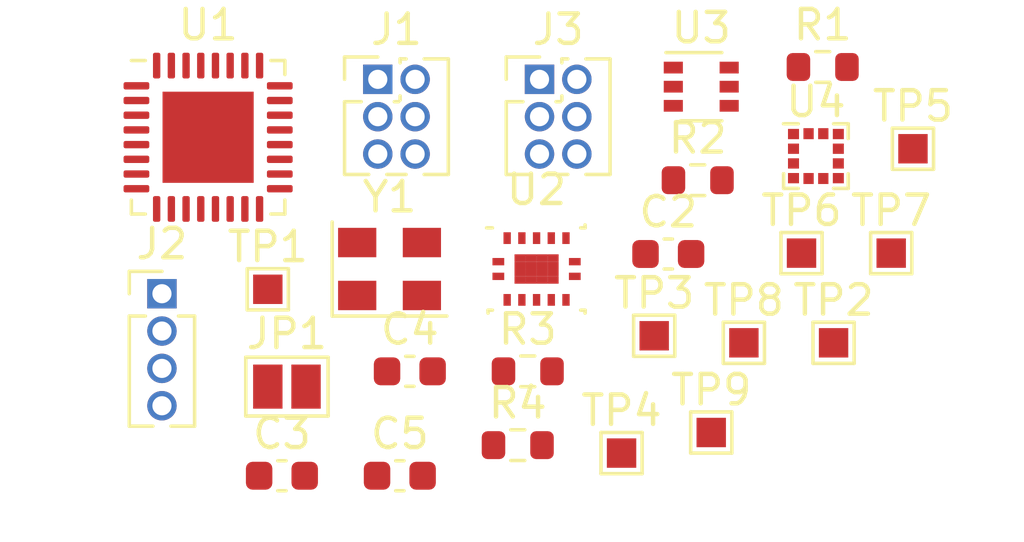
<source format=kicad_pcb>
(kicad_pcb (version 20171130) (host pcbnew "(5.1.9)-1")

  (general
    (thickness 1.6)
    (drawings 0)
    (tracks 0)
    (zones 0)
    (modules 26)
    (nets 56)
  )

  (page A4)
  (layers
    (0 F.Cu signal)
    (31 B.Cu signal)
    (32 B.Adhes user)
    (33 F.Adhes user)
    (34 B.Paste user)
    (35 F.Paste user)
    (36 B.SilkS user)
    (37 F.SilkS user)
    (38 B.Mask user)
    (39 F.Mask user)
    (40 Dwgs.User user)
    (41 Cmts.User user)
    (42 Eco1.User user)
    (43 Eco2.User user)
    (44 Edge.Cuts user)
    (45 Margin user)
    (46 B.CrtYd user)
    (47 F.CrtYd user)
    (48 B.Fab user)
    (49 F.Fab user)
  )

  (setup
    (last_trace_width 0.25)
    (trace_clearance 0.2)
    (zone_clearance 0.508)
    (zone_45_only no)
    (trace_min 0.2)
    (via_size 0.8)
    (via_drill 0.4)
    (via_min_size 0.4)
    (via_min_drill 0.3)
    (uvia_size 0.3)
    (uvia_drill 0.1)
    (uvias_allowed no)
    (uvia_min_size 0.2)
    (uvia_min_drill 0.1)
    (edge_width 0.05)
    (segment_width 0.2)
    (pcb_text_width 0.3)
    (pcb_text_size 1.5 1.5)
    (mod_edge_width 0.12)
    (mod_text_size 1 1)
    (mod_text_width 0.15)
    (pad_size 1.524 1.524)
    (pad_drill 0.762)
    (pad_to_mask_clearance 0)
    (aux_axis_origin 0 0)
    (visible_elements FFFFFF7F)
    (pcbplotparams
      (layerselection 0x010fc_ffffffff)
      (usegerberextensions false)
      (usegerberattributes true)
      (usegerberadvancedattributes true)
      (creategerberjobfile true)
      (excludeedgelayer true)
      (linewidth 0.010000)
      (plotframeref false)
      (viasonmask false)
      (mode 1)
      (useauxorigin false)
      (hpglpennumber 1)
      (hpglpenspeed 20)
      (hpglpendiameter 15.000000)
      (psnegative false)
      (psa4output false)
      (plotreference true)
      (plotvalue true)
      (plotinvisibletext false)
      (padsonsilk false)
      (subtractmaskfromsilk false)
      (outputformat 1)
      (mirror false)
      (drillshape 1)
      (scaleselection 1)
      (outputdirectory ""))
  )

  (net 0 "")
  (net 1 GND)
  (net 2 +3V3)
  (net 3 "Net-(C3-Pad1)")
  (net 4 "Net-(C4-Pad1)")
  (net 5 VACC)
  (net 6 TTL_WKE)
  (net 7 TTL_TX)
  (net 8 TTL_RST)
  (net 9 TTL_RX)
  (net 10 SCLK)
  (net 11 MISO)
  (net 12 MOSI)
  (net 13 SS)
  (net 14 "Net-(J3-Pad6)")
  (net 15 SWD_CLK)
  (net 16 RDR_SWD_RST)
  (net 17 SWD_IO)
  (net 18 VRDR)
  (net 19 "Net-(JP1-Pad1)")
  (net 20 "Net-(JP1-Pad2)")
  (net 21 "Net-(R1-Pad2)")
  (net 22 RDR_RST)
  (net 23 "Net-(TP1-Pad1)")
  (net 24 "Net-(TP2-Pad1)")
  (net 25 "Net-(TP3-Pad1)")
  (net 26 "Net-(TP4-Pad1)")
  (net 27 "Net-(TP5-Pad1)")
  (net 28 "Net-(TP6-Pad1)")
  (net 29 "Net-(TP7-Pad1)")
  (net 30 "Net-(TP8-Pad1)")
  (net 31 "Net-(TP9-Pad1)")
  (net 32 SCL)
  (net 33 SDA)
  (net 34 "Net-(U1-Pad26)")
  (net 35 "Net-(U1-Pad25)")
  (net 36 "Net-(U1-Pad24)")
  (net 37 "Net-(U1-Pad23)")
  (net 38 "Net-(U1-Pad22)")
  (net 39 "Net-(U1-Pad20)")
  (net 40 "Net-(U1-Pad19)")
  (net 41 "Net-(U1-Pad13)")
  (net 42 "Net-(U1-Pad12)")
  (net 43 VRDR_EN)
  (net 44 "Net-(U1-Pad9)")
  (net 45 "Net-(U1-Pad8)")
  (net 46 "Net-(U1-Pad7)")
  (net 47 "Net-(U1-Pad6)")
  (net 48 "Net-(U1-Pad3)")
  (net 49 "Net-(U1-Pad2)")
  (net 50 ACC_INT)
  (net 51 RDR_TX)
  (net 52 RDR_RX)
  (net 53 RDR_WKE)
  (net 54 "Net-(U3-Pad3)")
  (net 55 "Net-(U4-Pad4)")

  (net_class Default "This is the default net class."
    (clearance 0.2)
    (trace_width 0.25)
    (via_dia 0.8)
    (via_drill 0.4)
    (uvia_dia 0.3)
    (uvia_drill 0.1)
    (add_net +3V3)
    (add_net ACC_INT)
    (add_net GND)
    (add_net MISO)
    (add_net MOSI)
    (add_net "Net-(C3-Pad1)")
    (add_net "Net-(C4-Pad1)")
    (add_net "Net-(J3-Pad6)")
    (add_net "Net-(JP1-Pad1)")
    (add_net "Net-(JP1-Pad2)")
    (add_net "Net-(R1-Pad2)")
    (add_net "Net-(TP1-Pad1)")
    (add_net "Net-(TP2-Pad1)")
    (add_net "Net-(TP3-Pad1)")
    (add_net "Net-(TP4-Pad1)")
    (add_net "Net-(TP5-Pad1)")
    (add_net "Net-(TP6-Pad1)")
    (add_net "Net-(TP7-Pad1)")
    (add_net "Net-(TP8-Pad1)")
    (add_net "Net-(TP9-Pad1)")
    (add_net "Net-(U1-Pad12)")
    (add_net "Net-(U1-Pad13)")
    (add_net "Net-(U1-Pad19)")
    (add_net "Net-(U1-Pad2)")
    (add_net "Net-(U1-Pad20)")
    (add_net "Net-(U1-Pad22)")
    (add_net "Net-(U1-Pad23)")
    (add_net "Net-(U1-Pad24)")
    (add_net "Net-(U1-Pad25)")
    (add_net "Net-(U1-Pad26)")
    (add_net "Net-(U1-Pad3)")
    (add_net "Net-(U1-Pad6)")
    (add_net "Net-(U1-Pad7)")
    (add_net "Net-(U1-Pad8)")
    (add_net "Net-(U1-Pad9)")
    (add_net "Net-(U3-Pad3)")
    (add_net "Net-(U4-Pad4)")
    (add_net RDR_RST)
    (add_net RDR_RX)
    (add_net RDR_SWD_RST)
    (add_net RDR_TX)
    (add_net RDR_WKE)
    (add_net SCL)
    (add_net SCLK)
    (add_net SDA)
    (add_net SS)
    (add_net SWD_CLK)
    (add_net SWD_IO)
    (add_net TTL_RST)
    (add_net TTL_RX)
    (add_net TTL_TX)
    (add_net TTL_WKE)
    (add_net VACC)
    (add_net VRDR)
    (add_net VRDR_EN)
  )

  (module Crystal:Crystal_SMD_EuroQuartz_MT-4Pin_3.2x2.5mm (layer F.Cu) (tedit 5A0FD1B2) (tstamp 6045C23F)
    (at 128.315 96.395)
    (descr "SMD Crystal EuroQuartz MT series http://cdn-reichelt.de/documents/datenblatt/B400/MT.pdf, 3.2x2.5mm^2 package")
    (tags "SMD SMT crystal")
    (path /603B3A0B)
    (attr smd)
    (fp_text reference Y1 (at 0 -2.45) (layer F.SilkS)
      (effects (font (size 1 1) (thickness 0.15)))
    )
    (fp_text value "8 MHz" (at 0 2.45) (layer F.Fab)
      (effects (font (size 1 1) (thickness 0.15)))
    )
    (fp_text user %R (at 0 0) (layer F.Fab)
      (effects (font (size 0.7 0.7) (thickness 0.105)))
    )
    (fp_line (start -1.5 -1.25) (end 1.5 -1.25) (layer F.Fab) (width 0.1))
    (fp_line (start 1.5 -1.25) (end 1.6 -1.15) (layer F.Fab) (width 0.1))
    (fp_line (start 1.6 -1.15) (end 1.6 1.15) (layer F.Fab) (width 0.1))
    (fp_line (start 1.6 1.15) (end 1.5 1.25) (layer F.Fab) (width 0.1))
    (fp_line (start 1.5 1.25) (end -1.5 1.25) (layer F.Fab) (width 0.1))
    (fp_line (start -1.5 1.25) (end -1.6 1.15) (layer F.Fab) (width 0.1))
    (fp_line (start -1.6 1.15) (end -1.6 -1.15) (layer F.Fab) (width 0.1))
    (fp_line (start -1.6 -1.15) (end -1.5 -1.25) (layer F.Fab) (width 0.1))
    (fp_line (start -1.6 0.25) (end -0.6 1.25) (layer F.Fab) (width 0.1))
    (fp_line (start -1.95 -1.6) (end -1.95 1.6) (layer F.SilkS) (width 0.12))
    (fp_line (start -1.95 1.6) (end 1.95 1.6) (layer F.SilkS) (width 0.12))
    (fp_line (start -2 -1.7) (end -2 1.7) (layer F.CrtYd) (width 0.05))
    (fp_line (start -2 1.7) (end 2 1.7) (layer F.CrtYd) (width 0.05))
    (fp_line (start 2 1.7) (end 2 -1.7) (layer F.CrtYd) (width 0.05))
    (fp_line (start 2 -1.7) (end -2 -1.7) (layer F.CrtYd) (width 0.05))
    (pad 4 smd rect (at -1.1 -0.9) (size 1.3 1) (layers F.Cu F.Paste F.Mask)
      (net 3 "Net-(C3-Pad1)"))
    (pad 3 smd rect (at 1.1 -0.9) (size 1.3 1) (layers F.Cu F.Paste F.Mask)
      (net 45 "Net-(U1-Pad8)"))
    (pad 2 smd rect (at 1.1 0.9) (size 1.3 1) (layers F.Cu F.Paste F.Mask)
      (net 4 "Net-(C4-Pad1)"))
    (pad 1 smd rect (at -1.1 0.9) (size 1.3 1) (layers F.Cu F.Paste F.Mask)
      (net 46 "Net-(U1-Pad7)"))
    (model ${KISYS3DMOD}/Crystal.3dshapes/Crystal_SMD_EuroQuartz_MT-4Pin_3.2x2.5mm.wrl
      (at (xyz 0 0 0))
      (scale (xyz 1 1 1))
      (rotate (xyz 0 0 0))
    )
  )

  (module Package_LGA:LGA-12_2x2mm_P0.5mm (layer F.Cu) (tedit 5A0AAFFD) (tstamp 6045C227)
    (at 142.815 92.555)
    (descr LGA12)
    (tags "lga land grid array")
    (path /6047793E)
    (attr smd)
    (fp_text reference U4 (at 0 -1.85) (layer F.SilkS)
      (effects (font (size 1 1) (thickness 0.15)))
    )
    (fp_text value KXTJ3-1057 (at 0 1.6) (layer F.Fab)
      (effects (font (size 1 1) (thickness 0.15)))
    )
    (fp_text user %R (at 0 0) (layer F.Fab)
      (effects (font (size 0.5 0.5) (thickness 0.075)))
    )
    (fp_line (start 1 -1) (end 1 1) (layer F.Fab) (width 0.1))
    (fp_line (start 1 1) (end -1 1) (layer F.Fab) (width 0.1))
    (fp_line (start -1 1) (end -1 -0.5) (layer F.Fab) (width 0.1))
    (fp_line (start -1 -0.5) (end -0.5 -1) (layer F.Fab) (width 0.1))
    (fp_line (start -0.5 -1) (end 1 -1) (layer F.Fab) (width 0.1))
    (fp_line (start 0.6 -1.1) (end 1.1 -1.1) (layer F.SilkS) (width 0.12))
    (fp_line (start 1.1 -1.1) (end 1.1 -0.6) (layer F.SilkS) (width 0.12))
    (fp_line (start 1.1 -0.6) (end 1.1 -0.6) (layer F.SilkS) (width 0.12))
    (fp_line (start 1.1 0.6) (end 1.1 1.1) (layer F.SilkS) (width 0.12))
    (fp_line (start 1.1 1.1) (end 0.6 1.1) (layer F.SilkS) (width 0.12))
    (fp_line (start 0.6 1.1) (end 0.6 1.1) (layer F.SilkS) (width 0.12))
    (fp_line (start -0.6 1.1) (end -1.1 1.1) (layer F.SilkS) (width 0.12))
    (fp_line (start -1.1 1.1) (end -1.1 0.6) (layer F.SilkS) (width 0.12))
    (fp_line (start -1.1 0.6) (end -1.1 0.6) (layer F.SilkS) (width 0.12))
    (fp_line (start -0.6 -1.1) (end -1.1 -1.1) (layer F.SilkS) (width 0.12))
    (fp_line (start -1.1 -1.1) (end -1.1 -1.1) (layer F.SilkS) (width 0.12))
    (fp_line (start 1.25 -1.25) (end 1.25 1.25) (layer F.CrtYd) (width 0.05))
    (fp_line (start 1.25 1.25) (end -1.25 1.25) (layer F.CrtYd) (width 0.05))
    (fp_line (start -1.25 1.25) (end -1.25 -1.25) (layer F.CrtYd) (width 0.05))
    (fp_line (start -1.25 -1.25) (end 1.25 -1.25) (layer F.CrtYd) (width 0.05))
    (pad 12 smd rect (at -0.25 -0.7625 90) (size 0.375 0.35) (layers F.Cu F.Paste F.Mask)
      (net 32 SCL))
    (pad 11 smd rect (at 0.25 -0.7625 90) (size 0.375 0.35) (layers F.Cu F.Paste F.Mask)
      (net 5 VACC))
    (pad 6 smd rect (at 0.25 0.7625 90) (size 0.375 0.35) (layers F.Cu F.Paste F.Mask)
      (net 1 GND))
    (pad 5 smd rect (at -0.25 0.7625 90) (size 0.375 0.35) (layers F.Cu F.Paste F.Mask)
      (net 50 ACC_INT))
    (pad 10 smd rect (at 0.7625 -0.75) (size 0.375 0.35) (layers F.Cu F.Paste F.Mask)
      (net 5 VACC))
    (pad 1 smd rect (at -0.7625 -0.75) (size 0.375 0.35) (layers F.Cu F.Paste F.Mask)
      (net 1 GND))
    (pad 7 smd rect (at 0.7625 0.75) (size 0.375 0.35) (layers F.Cu F.Paste F.Mask)
      (net 5 VACC))
    (pad 4 smd rect (at -0.7625 0.75) (size 0.375 0.35) (layers F.Cu F.Paste F.Mask)
      (net 55 "Net-(U4-Pad4)"))
    (pad 8 smd rect (at 0.7625 0.25) (size 0.375 0.35) (layers F.Cu F.Paste F.Mask)
      (net 1 GND))
    (pad 9 smd rect (at 0.7625 -0.25) (size 0.375 0.35) (layers F.Cu F.Paste F.Mask)
      (net 1 GND))
    (pad 3 smd rect (at -0.7625 0.25) (size 0.375 0.35) (layers F.Cu F.Paste F.Mask)
      (net 5 VACC))
    (pad 2 smd rect (at -0.7625 -0.25) (size 0.375 0.35) (layers F.Cu F.Paste F.Mask)
      (net 33 SDA))
    (model ${KISYS3DMOD}/Package_LGA.3dshapes/LGA-12_2x2mm_P0.5mm.wrl
      (at (xyz 0 0 0))
      (scale (xyz 1 1 1))
      (rotate (xyz 0 0 0))
    )
  )

  (module Package_TO_SOT_SMD:SOT-363_SC-70-6 (layer F.Cu) (tedit 5A02FF57) (tstamp 6045C202)
    (at 138.915 90.195)
    (descr "SOT-363, SC-70-6")
    (tags "SOT-363 SC-70-6")
    (path /603E8AD9)
    (attr smd)
    (fp_text reference U3 (at 0 -2) (layer F.SilkS)
      (effects (font (size 1 1) (thickness 0.15)))
    )
    (fp_text value MIC94091YC6 (at 0 2 180) (layer F.Fab)
      (effects (font (size 1 1) (thickness 0.15)))
    )
    (fp_text user %R (at 0 0 90) (layer F.Fab)
      (effects (font (size 0.5 0.5) (thickness 0.075)))
    )
    (fp_line (start 0.7 -1.16) (end -1.2 -1.16) (layer F.SilkS) (width 0.12))
    (fp_line (start -0.7 1.16) (end 0.7 1.16) (layer F.SilkS) (width 0.12))
    (fp_line (start 1.6 1.4) (end 1.6 -1.4) (layer F.CrtYd) (width 0.05))
    (fp_line (start -1.6 -1.4) (end -1.6 1.4) (layer F.CrtYd) (width 0.05))
    (fp_line (start -1.6 -1.4) (end 1.6 -1.4) (layer F.CrtYd) (width 0.05))
    (fp_line (start 0.675 -1.1) (end -0.175 -1.1) (layer F.Fab) (width 0.1))
    (fp_line (start -0.675 -0.6) (end -0.675 1.1) (layer F.Fab) (width 0.1))
    (fp_line (start -1.6 1.4) (end 1.6 1.4) (layer F.CrtYd) (width 0.05))
    (fp_line (start 0.675 -1.1) (end 0.675 1.1) (layer F.Fab) (width 0.1))
    (fp_line (start 0.675 1.1) (end -0.675 1.1) (layer F.Fab) (width 0.1))
    (fp_line (start -0.175 -1.1) (end -0.675 -0.6) (layer F.Fab) (width 0.1))
    (pad 6 smd rect (at 0.95 -0.65) (size 0.65 0.4) (layers F.Cu F.Paste F.Mask)
      (net 43 VRDR_EN))
    (pad 4 smd rect (at 0.95 0.65) (size 0.65 0.4) (layers F.Cu F.Paste F.Mask)
      (net 2 +3V3))
    (pad 2 smd rect (at -0.95 0) (size 0.65 0.4) (layers F.Cu F.Paste F.Mask)
      (net 1 GND))
    (pad 5 smd rect (at 0.95 0) (size 0.65 0.4) (layers F.Cu F.Paste F.Mask)
      (net 1 GND))
    (pad 3 smd rect (at -0.95 0.65) (size 0.65 0.4) (layers F.Cu F.Paste F.Mask)
      (net 54 "Net-(U3-Pad3)"))
    (pad 1 smd rect (at -0.95 -0.65) (size 0.65 0.4) (layers F.Cu F.Paste F.Mask)
      (net 18 VRDR))
    (model ${KISYS3DMOD}/Package_TO_SOT_SMD.3dshapes/SOT-363_SC-70-6.wrl
      (at (xyz 0 0 0))
      (scale (xyz 1 1 1))
      (rotate (xyz 0 0 0))
    )
  )

  (module EDA:DHVQFN14 (layer F.Cu) (tedit 6044CCB7) (tstamp 6045C1EC)
    (at 133.315 96.395)
    (path /603FB48C)
    (attr smd)
    (fp_text reference U2 (at 0 -2.7) (layer F.SilkS)
      (effects (font (size 1 1) (thickness 0.15)))
    )
    (fp_text value 74AHC126BQ (at 0 2.7) (layer F.Fab)
      (effects (font (size 1 1) (thickness 0.15)))
    )
    (fp_line (start -0.5 -1.25) (end -1.5 -0.25) (layer F.Fab) (width 0.15))
    (fp_line (start -1.5 -0.25) (end -1.5 1.25) (layer F.Fab) (width 0.15))
    (fp_line (start -1.5 1.25) (end 1.5 1.25) (layer F.Fab) (width 0.15))
    (fp_line (start 1.5 1.25) (end 1.5 -1.25) (layer F.Fab) (width 0.15))
    (fp_line (start 1.5 -1.25) (end -0.5 -1.25) (layer F.Fab) (width 0.15))
    (fp_line (start 1.5 -1.4) (end 1.65 -1.4) (layer F.SilkS) (width 0.12))
    (fp_line (start 1.65 -1.4) (end 1.65 -1.5) (layer F.SilkS) (width 0.12))
    (fp_line (start 1.5 1.4) (end 1.65 1.4) (layer F.SilkS) (width 0.12))
    (fp_line (start 1.65 1.4) (end 1.65 1.5) (layer F.SilkS) (width 0.12))
    (fp_line (start -1.5 1.4) (end -1.65 1.4) (layer F.SilkS) (width 0.12))
    (fp_line (start -1.65 1.4) (end -1.65 1.5) (layer F.SilkS) (width 0.12))
    (fp_line (start -1.5 -1.4) (end -1.7 -1.4) (layer F.SilkS) (width 0.12))
    (fp_line (start -1.95 -1.7) (end 1.95 -1.7) (layer F.CrtYd) (width 0.05))
    (fp_line (start 1.95 -1.7) (end 1.95 1.7) (layer F.CrtYd) (width 0.05))
    (fp_line (start 1.95 1.7) (end -1.95 1.7) (layer F.CrtYd) (width 0.05))
    (fp_line (start -1.95 1.7) (end -1.95 -1.7) (layer F.CrtYd) (width 0.05))
    (pad 15 smd rect (at 0.5625 0.375) (size 0.375 0.25) (layers F.Cu F.Paste F.Mask)
      (solder_paste_margin -0.75))
    (pad 15 smd rect (at 0.5625 0.125) (size 0.375 0.25) (layers F.Cu F.Paste F.Mask)
      (solder_paste_margin -0.75))
    (pad 15 smd rect (at 0.5625 -0.125) (size 0.375 0.25) (layers F.Cu F.Paste F.Mask)
      (solder_paste_margin -0.75))
    (pad 15 smd rect (at 0.5625 -0.375) (size 0.375 0.25) (layers F.Cu F.Paste F.Mask)
      (solder_paste_margin -0.75))
    (pad 15 smd rect (at 0.1875 0.375) (size 0.375 0.25) (layers F.Cu F.Paste F.Mask)
      (solder_paste_margin -0.75))
    (pad 15 smd rect (at 0.1875 0.125) (size 0.375 0.25) (layers F.Cu F.Paste F.Mask)
      (solder_paste_margin -0.75))
    (pad 15 smd rect (at 0.1875 -0.125) (size 0.375 0.25) (layers F.Cu F.Paste F.Mask)
      (solder_paste_margin -0.75))
    (pad 15 smd rect (at 0.1875 -0.375) (size 0.375 0.25) (layers F.Cu F.Paste F.Mask)
      (solder_paste_margin -0.75))
    (pad 15 smd rect (at -0.1875 0.375) (size 0.375 0.25) (layers F.Cu F.Paste F.Mask)
      (solder_paste_margin -0.75))
    (pad 15 smd rect (at -0.1875 0.125) (size 0.375 0.25) (layers F.Cu F.Paste F.Mask)
      (solder_paste_margin -0.75))
    (pad 15 smd rect (at -0.1875 -0.125) (size 0.375 0.25) (layers F.Cu F.Paste F.Mask)
      (solder_paste_margin -0.75))
    (pad 15 smd rect (at -0.1875 -0.375) (size 0.375 0.25) (layers F.Cu F.Paste F.Mask)
      (solder_paste_margin -0.75))
    (pad 15 smd rect (at -0.5625 0.375) (size 0.375 0.25) (layers F.Cu F.Paste F.Mask)
      (solder_paste_margin -0.75))
    (pad 15 smd rect (at -0.5625 0.125) (size 0.375 0.25) (layers F.Cu F.Paste F.Mask)
      (solder_paste_margin -0.75))
    (pad 15 smd rect (at -0.5625 -0.125) (size 0.375 0.25) (layers F.Cu F.Paste F.Mask)
      (solder_paste_margin -0.75))
    (pad 15 smd rect (at -0.5625 -0.375) (size 0.375 0.25) (layers F.Cu F.Paste F.Mask)
      (solder_paste_margin -0.75))
    (pad 2 smd rect (at -1 -1.05) (size 0.25 0.4) (layers F.Cu F.Paste F.Mask)
      (net 12 MOSI))
    (pad 3 smd rect (at -0.5 -1.05) (size 0.25 0.4) (layers F.Cu F.Paste F.Mask)
      (net 51 RDR_TX))
    (pad 4 smd rect (at 0 -1.05) (size 0.25 0.4) (layers F.Cu F.Paste F.Mask)
      (net 43 VRDR_EN))
    (pad 5 smd rect (at 0.5 -1.05) (size 0.25 0.4) (layers F.Cu F.Paste F.Mask)
      (net 52 RDR_RX))
    (pad 6 smd rect (at 1 -1.05) (size 0.25 0.4) (layers F.Cu F.Paste F.Mask)
      (net 11 MISO))
    (pad 7 smd rect (at 1.3 -0.25 90) (size 0.25 0.4) (layers F.Cu F.Paste F.Mask)
      (net 1 GND))
    (pad 8 smd rect (at 1.3 0.25 90) (size 0.25 0.4) (layers F.Cu F.Paste F.Mask)
      (net 22 RDR_RST))
    (pad 9 smd rect (at 1 1.05) (size 0.25 0.4) (layers F.Cu F.Paste F.Mask)
      (net 49 "Net-(U1-Pad2)"))
    (pad 10 smd rect (at 0.5 1.05) (size 0.25 0.4) (layers F.Cu F.Paste F.Mask)
      (net 43 VRDR_EN))
    (pad 11 smd rect (at 0 1.05) (size 0.25 0.4) (layers F.Cu F.Paste F.Mask)
      (net 53 RDR_WKE))
    (pad 12 smd rect (at -0.5 1.05) (size 0.25 0.4) (layers F.Cu F.Paste F.Mask)
      (net 44 "Net-(U1-Pad9)"))
    (pad 13 smd rect (at -1 1.05) (size 0.25 0.4) (layers F.Cu F.Paste F.Mask)
      (net 43 VRDR_EN))
    (pad 14 smd rect (at -1.3 0.25 90) (size 0.25 0.4) (layers F.Cu F.Paste F.Mask)
      (net 2 +3V3))
    (pad 1 smd rect (at -1.3 -0.25 90) (size 0.25 0.4) (layers F.Cu F.Paste F.Mask)
      (net 43 VRDR_EN))
  )

  (module Package_DFN_QFN:QFN-32-1EP_5x5mm_P0.5mm_EP3.1x3.1mm (layer F.Cu) (tedit 5DC5F6A4) (tstamp 6045C1BA)
    (at 122.145 91.915)
    (descr "QFN, 32 Pin (http://ww1.microchip.com/downloads/en/DeviceDoc/8008S.pdf#page=20), generated with kicad-footprint-generator ipc_noLead_generator.py")
    (tags "QFN NoLead")
    (path /603B1A86)
    (attr smd)
    (fp_text reference U1 (at 0 -3.82) (layer F.SilkS)
      (effects (font (size 1 1) (thickness 0.15)))
    )
    (fp_text value ATmega328PB-MU (at 0 3.82) (layer F.Fab)
      (effects (font (size 1 1) (thickness 0.15)))
    )
    (fp_text user %R (at 0 0) (layer F.Fab)
      (effects (font (size 1 1) (thickness 0.15)))
    )
    (fp_line (start 2.135 -2.61) (end 2.61 -2.61) (layer F.SilkS) (width 0.12))
    (fp_line (start 2.61 -2.61) (end 2.61 -2.135) (layer F.SilkS) (width 0.12))
    (fp_line (start -2.135 2.61) (end -2.61 2.61) (layer F.SilkS) (width 0.12))
    (fp_line (start -2.61 2.61) (end -2.61 2.135) (layer F.SilkS) (width 0.12))
    (fp_line (start 2.135 2.61) (end 2.61 2.61) (layer F.SilkS) (width 0.12))
    (fp_line (start 2.61 2.61) (end 2.61 2.135) (layer F.SilkS) (width 0.12))
    (fp_line (start -2.135 -2.61) (end -2.61 -2.61) (layer F.SilkS) (width 0.12))
    (fp_line (start -1.5 -2.5) (end 2.5 -2.5) (layer F.Fab) (width 0.1))
    (fp_line (start 2.5 -2.5) (end 2.5 2.5) (layer F.Fab) (width 0.1))
    (fp_line (start 2.5 2.5) (end -2.5 2.5) (layer F.Fab) (width 0.1))
    (fp_line (start -2.5 2.5) (end -2.5 -1.5) (layer F.Fab) (width 0.1))
    (fp_line (start -2.5 -1.5) (end -1.5 -2.5) (layer F.Fab) (width 0.1))
    (fp_line (start -3.12 -3.12) (end -3.12 3.12) (layer F.CrtYd) (width 0.05))
    (fp_line (start -3.12 3.12) (end 3.12 3.12) (layer F.CrtYd) (width 0.05))
    (fp_line (start 3.12 3.12) (end 3.12 -3.12) (layer F.CrtYd) (width 0.05))
    (fp_line (start 3.12 -3.12) (end -3.12 -3.12) (layer F.CrtYd) (width 0.05))
    (pad "" smd roundrect (at 1.03 1.03) (size 0.83 0.83) (layers F.Paste) (roundrect_rratio 0.25))
    (pad "" smd roundrect (at 1.03 0) (size 0.83 0.83) (layers F.Paste) (roundrect_rratio 0.25))
    (pad "" smd roundrect (at 1.03 -1.03) (size 0.83 0.83) (layers F.Paste) (roundrect_rratio 0.25))
    (pad "" smd roundrect (at 0 1.03) (size 0.83 0.83) (layers F.Paste) (roundrect_rratio 0.25))
    (pad "" smd roundrect (at 0 0) (size 0.83 0.83) (layers F.Paste) (roundrect_rratio 0.25))
    (pad "" smd roundrect (at 0 -1.03) (size 0.83 0.83) (layers F.Paste) (roundrect_rratio 0.25))
    (pad "" smd roundrect (at -1.03 1.03) (size 0.83 0.83) (layers F.Paste) (roundrect_rratio 0.25))
    (pad "" smd roundrect (at -1.03 0) (size 0.83 0.83) (layers F.Paste) (roundrect_rratio 0.25))
    (pad "" smd roundrect (at -1.03 -1.03) (size 0.83 0.83) (layers F.Paste) (roundrect_rratio 0.25))
    (pad 33 smd rect (at 0 0) (size 3.1 3.1) (layers F.Cu F.Mask)
      (net 1 GND))
    (pad 32 smd roundrect (at -1.75 -2.4375) (size 0.25 0.875) (layers F.Cu F.Paste F.Mask) (roundrect_rratio 0.25)
      (net 6 TTL_WKE))
    (pad 31 smd roundrect (at -1.25 -2.4375) (size 0.25 0.875) (layers F.Cu F.Paste F.Mask) (roundrect_rratio 0.25)
      (net 7 TTL_TX))
    (pad 30 smd roundrect (at -0.75 -2.4375) (size 0.25 0.875) (layers F.Cu F.Paste F.Mask) (roundrect_rratio 0.25)
      (net 9 TTL_RX))
    (pad 29 smd roundrect (at -0.25 -2.4375) (size 0.25 0.875) (layers F.Cu F.Paste F.Mask) (roundrect_rratio 0.25)
      (net 21 "Net-(R1-Pad2)"))
    (pad 28 smd roundrect (at 0.25 -2.4375) (size 0.25 0.875) (layers F.Cu F.Paste F.Mask) (roundrect_rratio 0.25)
      (net 32 SCL))
    (pad 27 smd roundrect (at 0.75 -2.4375) (size 0.25 0.875) (layers F.Cu F.Paste F.Mask) (roundrect_rratio 0.25)
      (net 33 SDA))
    (pad 26 smd roundrect (at 1.25 -2.4375) (size 0.25 0.875) (layers F.Cu F.Paste F.Mask) (roundrect_rratio 0.25)
      (net 34 "Net-(U1-Pad26)"))
    (pad 25 smd roundrect (at 1.75 -2.4375) (size 0.25 0.875) (layers F.Cu F.Paste F.Mask) (roundrect_rratio 0.25)
      (net 35 "Net-(U1-Pad25)"))
    (pad 24 smd roundrect (at 2.4375 -1.75) (size 0.875 0.25) (layers F.Cu F.Paste F.Mask) (roundrect_rratio 0.25)
      (net 36 "Net-(U1-Pad24)"))
    (pad 23 smd roundrect (at 2.4375 -1.25) (size 0.875 0.25) (layers F.Cu F.Paste F.Mask) (roundrect_rratio 0.25)
      (net 37 "Net-(U1-Pad23)"))
    (pad 22 smd roundrect (at 2.4375 -0.75) (size 0.875 0.25) (layers F.Cu F.Paste F.Mask) (roundrect_rratio 0.25)
      (net 38 "Net-(U1-Pad22)"))
    (pad 21 smd roundrect (at 2.4375 -0.25) (size 0.875 0.25) (layers F.Cu F.Paste F.Mask) (roundrect_rratio 0.25)
      (net 1 GND))
    (pad 20 smd roundrect (at 2.4375 0.25) (size 0.875 0.25) (layers F.Cu F.Paste F.Mask) (roundrect_rratio 0.25)
      (net 39 "Net-(U1-Pad20)"))
    (pad 19 smd roundrect (at 2.4375 0.75) (size 0.875 0.25) (layers F.Cu F.Paste F.Mask) (roundrect_rratio 0.25)
      (net 40 "Net-(U1-Pad19)"))
    (pad 18 smd roundrect (at 2.4375 1.25) (size 0.875 0.25) (layers F.Cu F.Paste F.Mask) (roundrect_rratio 0.25)
      (net 2 +3V3))
    (pad 17 smd roundrect (at 2.4375 1.75) (size 0.875 0.25) (layers F.Cu F.Paste F.Mask) (roundrect_rratio 0.25)
      (net 10 SCLK))
    (pad 16 smd roundrect (at 1.75 2.4375) (size 0.25 0.875) (layers F.Cu F.Paste F.Mask) (roundrect_rratio 0.25)
      (net 11 MISO))
    (pad 15 smd roundrect (at 1.25 2.4375) (size 0.25 0.875) (layers F.Cu F.Paste F.Mask) (roundrect_rratio 0.25)
      (net 12 MOSI))
    (pad 14 smd roundrect (at 0.75 2.4375) (size 0.25 0.875) (layers F.Cu F.Paste F.Mask) (roundrect_rratio 0.25)
      (net 13 SS))
    (pad 13 smd roundrect (at 0.25 2.4375) (size 0.25 0.875) (layers F.Cu F.Paste F.Mask) (roundrect_rratio 0.25)
      (net 41 "Net-(U1-Pad13)"))
    (pad 12 smd roundrect (at -0.25 2.4375) (size 0.25 0.875) (layers F.Cu F.Paste F.Mask) (roundrect_rratio 0.25)
      (net 42 "Net-(U1-Pad12)"))
    (pad 11 smd roundrect (at -0.75 2.4375) (size 0.25 0.875) (layers F.Cu F.Paste F.Mask) (roundrect_rratio 0.25)
      (net 5 VACC))
    (pad 10 smd roundrect (at -1.25 2.4375) (size 0.25 0.875) (layers F.Cu F.Paste F.Mask) (roundrect_rratio 0.25)
      (net 43 VRDR_EN))
    (pad 9 smd roundrect (at -1.75 2.4375) (size 0.25 0.875) (layers F.Cu F.Paste F.Mask) (roundrect_rratio 0.25)
      (net 44 "Net-(U1-Pad9)"))
    (pad 8 smd roundrect (at -2.4375 1.75) (size 0.875 0.25) (layers F.Cu F.Paste F.Mask) (roundrect_rratio 0.25)
      (net 45 "Net-(U1-Pad8)"))
    (pad 7 smd roundrect (at -2.4375 1.25) (size 0.875 0.25) (layers F.Cu F.Paste F.Mask) (roundrect_rratio 0.25)
      (net 46 "Net-(U1-Pad7)"))
    (pad 6 smd roundrect (at -2.4375 0.75) (size 0.875 0.25) (layers F.Cu F.Paste F.Mask) (roundrect_rratio 0.25)
      (net 47 "Net-(U1-Pad6)"))
    (pad 5 smd roundrect (at -2.4375 0.25) (size 0.875 0.25) (layers F.Cu F.Paste F.Mask) (roundrect_rratio 0.25)
      (net 1 GND))
    (pad 4 smd roundrect (at -2.4375 -0.25) (size 0.875 0.25) (layers F.Cu F.Paste F.Mask) (roundrect_rratio 0.25)
      (net 2 +3V3))
    (pad 3 smd roundrect (at -2.4375 -0.75) (size 0.875 0.25) (layers F.Cu F.Paste F.Mask) (roundrect_rratio 0.25)
      (net 48 "Net-(U1-Pad3)"))
    (pad 2 smd roundrect (at -2.4375 -1.25) (size 0.875 0.25) (layers F.Cu F.Paste F.Mask) (roundrect_rratio 0.25)
      (net 49 "Net-(U1-Pad2)"))
    (pad 1 smd roundrect (at -2.4375 -1.75) (size 0.875 0.25) (layers F.Cu F.Paste F.Mask) (roundrect_rratio 0.25)
      (net 50 ACC_INT))
    (model ${KISYS3DMOD}/Package_DFN_QFN.3dshapes/QFN-32-1EP_5x5mm_P0.5mm_EP3.1x3.1mm.wrl
      (at (xyz 0 0 0))
      (scale (xyz 1 1 1))
      (rotate (xyz 0 0 0))
    )
  )

  (module TestPoint:TestPoint_Pad_1.0x1.0mm (layer F.Cu) (tedit 5A0F774F) (tstamp 6045C17B)
    (at 139.255 101.955)
    (descr "SMD rectangular pad as test Point, square 1.0mm side length")
    (tags "test point SMD pad rectangle square")
    (path /603CA7B2)
    (attr virtual)
    (fp_text reference TP9 (at 0 -1.448) (layer F.SilkS)
      (effects (font (size 1 1) (thickness 0.15)))
    )
    (fp_text value MISC_GPIO2 (at 0 1.55) (layer F.Fab)
      (effects (font (size 1 1) (thickness 0.15)))
    )
    (fp_text user %R (at 0 -1.45) (layer F.Fab)
      (effects (font (size 1 1) (thickness 0.15)))
    )
    (fp_line (start -0.7 -0.7) (end 0.7 -0.7) (layer F.SilkS) (width 0.12))
    (fp_line (start 0.7 -0.7) (end 0.7 0.7) (layer F.SilkS) (width 0.12))
    (fp_line (start 0.7 0.7) (end -0.7 0.7) (layer F.SilkS) (width 0.12))
    (fp_line (start -0.7 0.7) (end -0.7 -0.7) (layer F.SilkS) (width 0.12))
    (fp_line (start -1 -1) (end 1 -1) (layer F.CrtYd) (width 0.05))
    (fp_line (start -1 -1) (end -1 1) (layer F.CrtYd) (width 0.05))
    (fp_line (start 1 1) (end 1 -1) (layer F.CrtYd) (width 0.05))
    (fp_line (start 1 1) (end -1 1) (layer F.CrtYd) (width 0.05))
    (pad 1 smd rect (at 0 0) (size 1 1) (layers F.Cu F.Mask)
      (net 31 "Net-(TP9-Pad1)"))
  )

  (module TestPoint:TestPoint_Pad_1.0x1.0mm (layer F.Cu) (tedit 5A0F774F) (tstamp 6045C16D)
    (at 140.365 98.905)
    (descr "SMD rectangular pad as test Point, square 1.0mm side length")
    (tags "test point SMD pad rectangle square")
    (path /603CA3BD)
    (attr virtual)
    (fp_text reference TP8 (at 0 -1.448) (layer F.SilkS)
      (effects (font (size 1 1) (thickness 0.15)))
    )
    (fp_text value MISC_GPIO1 (at 0 1.55) (layer F.Fab)
      (effects (font (size 1 1) (thickness 0.15)))
    )
    (fp_text user %R (at 0 -1.45) (layer F.Fab)
      (effects (font (size 1 1) (thickness 0.15)))
    )
    (fp_line (start -0.7 -0.7) (end 0.7 -0.7) (layer F.SilkS) (width 0.12))
    (fp_line (start 0.7 -0.7) (end 0.7 0.7) (layer F.SilkS) (width 0.12))
    (fp_line (start 0.7 0.7) (end -0.7 0.7) (layer F.SilkS) (width 0.12))
    (fp_line (start -0.7 0.7) (end -0.7 -0.7) (layer F.SilkS) (width 0.12))
    (fp_line (start -1 -1) (end 1 -1) (layer F.CrtYd) (width 0.05))
    (fp_line (start -1 -1) (end -1 1) (layer F.CrtYd) (width 0.05))
    (fp_line (start 1 1) (end 1 -1) (layer F.CrtYd) (width 0.05))
    (fp_line (start 1 1) (end -1 1) (layer F.CrtYd) (width 0.05))
    (pad 1 smd rect (at 0 0) (size 1 1) (layers F.Cu F.Mask)
      (net 30 "Net-(TP8-Pad1)"))
  )

  (module TestPoint:TestPoint_Pad_1.0x1.0mm (layer F.Cu) (tedit 5A0F774F) (tstamp 6045C15F)
    (at 145.375 95.855)
    (descr "SMD rectangular pad as test Point, square 1.0mm side length")
    (tags "test point SMD pad rectangle square")
    (path /603CA912)
    (attr virtual)
    (fp_text reference TP7 (at 0 -1.448) (layer F.SilkS)
      (effects (font (size 1 1) (thickness 0.15)))
    )
    (fp_text value MISC_GPIO0 (at 0 1.55) (layer F.Fab)
      (effects (font (size 1 1) (thickness 0.15)))
    )
    (fp_text user %R (at 0 -1.45) (layer F.Fab)
      (effects (font (size 1 1) (thickness 0.15)))
    )
    (fp_line (start -0.7 -0.7) (end 0.7 -0.7) (layer F.SilkS) (width 0.12))
    (fp_line (start 0.7 -0.7) (end 0.7 0.7) (layer F.SilkS) (width 0.12))
    (fp_line (start 0.7 0.7) (end -0.7 0.7) (layer F.SilkS) (width 0.12))
    (fp_line (start -0.7 0.7) (end -0.7 -0.7) (layer F.SilkS) (width 0.12))
    (fp_line (start -1 -1) (end 1 -1) (layer F.CrtYd) (width 0.05))
    (fp_line (start -1 -1) (end -1 1) (layer F.CrtYd) (width 0.05))
    (fp_line (start 1 1) (end 1 -1) (layer F.CrtYd) (width 0.05))
    (fp_line (start 1 1) (end -1 1) (layer F.CrtYd) (width 0.05))
    (pad 1 smd rect (at 0 0) (size 1 1) (layers F.Cu F.Mask)
      (net 29 "Net-(TP7-Pad1)"))
  )

  (module TestPoint:TestPoint_Pad_1.0x1.0mm (layer F.Cu) (tedit 5A0F774F) (tstamp 6045C151)
    (at 142.325 95.855)
    (descr "SMD rectangular pad as test Point, square 1.0mm side length")
    (tags "test point SMD pad rectangle square")
    (path /603CD1B8)
    (attr virtual)
    (fp_text reference TP6 (at 0 -1.448) (layer F.SilkS)
      (effects (font (size 1 1) (thickness 0.15)))
    )
    (fp_text value I2C_SCL (at 0 1.55) (layer F.Fab)
      (effects (font (size 1 1) (thickness 0.15)))
    )
    (fp_text user %R (at 0 -1.45) (layer F.Fab)
      (effects (font (size 1 1) (thickness 0.15)))
    )
    (fp_line (start -0.7 -0.7) (end 0.7 -0.7) (layer F.SilkS) (width 0.12))
    (fp_line (start 0.7 -0.7) (end 0.7 0.7) (layer F.SilkS) (width 0.12))
    (fp_line (start 0.7 0.7) (end -0.7 0.7) (layer F.SilkS) (width 0.12))
    (fp_line (start -0.7 0.7) (end -0.7 -0.7) (layer F.SilkS) (width 0.12))
    (fp_line (start -1 -1) (end 1 -1) (layer F.CrtYd) (width 0.05))
    (fp_line (start -1 -1) (end -1 1) (layer F.CrtYd) (width 0.05))
    (fp_line (start 1 1) (end 1 -1) (layer F.CrtYd) (width 0.05))
    (fp_line (start 1 1) (end -1 1) (layer F.CrtYd) (width 0.05))
    (pad 1 smd rect (at 0 0) (size 1 1) (layers F.Cu F.Mask)
      (net 28 "Net-(TP6-Pad1)"))
  )

  (module TestPoint:TestPoint_Pad_1.0x1.0mm (layer F.Cu) (tedit 5A0F774F) (tstamp 6045C143)
    (at 146.115 92.305)
    (descr "SMD rectangular pad as test Point, square 1.0mm side length")
    (tags "test point SMD pad rectangle square")
    (path /603CD1B2)
    (attr virtual)
    (fp_text reference TP5 (at 0 -1.448) (layer F.SilkS)
      (effects (font (size 1 1) (thickness 0.15)))
    )
    (fp_text value I2C_SDA (at 0 1.55) (layer F.Fab)
      (effects (font (size 1 1) (thickness 0.15)))
    )
    (fp_text user %R (at 0 -1.45) (layer F.Fab)
      (effects (font (size 1 1) (thickness 0.15)))
    )
    (fp_line (start -0.7 -0.7) (end 0.7 -0.7) (layer F.SilkS) (width 0.12))
    (fp_line (start 0.7 -0.7) (end 0.7 0.7) (layer F.SilkS) (width 0.12))
    (fp_line (start 0.7 0.7) (end -0.7 0.7) (layer F.SilkS) (width 0.12))
    (fp_line (start -0.7 0.7) (end -0.7 -0.7) (layer F.SilkS) (width 0.12))
    (fp_line (start -1 -1) (end 1 -1) (layer F.CrtYd) (width 0.05))
    (fp_line (start -1 -1) (end -1 1) (layer F.CrtYd) (width 0.05))
    (fp_line (start 1 1) (end 1 -1) (layer F.CrtYd) (width 0.05))
    (fp_line (start 1 1) (end -1 1) (layer F.CrtYd) (width 0.05))
    (pad 1 smd rect (at 0 0) (size 1 1) (layers F.Cu F.Mask)
      (net 27 "Net-(TP5-Pad1)"))
  )

  (module TestPoint:TestPoint_Pad_1.0x1.0mm (layer F.Cu) (tedit 5A0F774F) (tstamp 6045C135)
    (at 136.205 102.655)
    (descr "SMD rectangular pad as test Point, square 1.0mm side length")
    (tags "test point SMD pad rectangle square")
    (path /603CD1AC)
    (attr virtual)
    (fp_text reference TP4 (at 0 -1.448) (layer F.SilkS)
      (effects (font (size 1 1) (thickness 0.15)))
    )
    (fp_text value I2C_ADDR (at 0 1.55) (layer F.Fab)
      (effects (font (size 1 1) (thickness 0.15)))
    )
    (fp_text user %R (at 0 -1.45) (layer F.Fab)
      (effects (font (size 1 1) (thickness 0.15)))
    )
    (fp_line (start -0.7 -0.7) (end 0.7 -0.7) (layer F.SilkS) (width 0.12))
    (fp_line (start 0.7 -0.7) (end 0.7 0.7) (layer F.SilkS) (width 0.12))
    (fp_line (start 0.7 0.7) (end -0.7 0.7) (layer F.SilkS) (width 0.12))
    (fp_line (start -0.7 0.7) (end -0.7 -0.7) (layer F.SilkS) (width 0.12))
    (fp_line (start -1 -1) (end 1 -1) (layer F.CrtYd) (width 0.05))
    (fp_line (start -1 -1) (end -1 1) (layer F.CrtYd) (width 0.05))
    (fp_line (start 1 1) (end 1 -1) (layer F.CrtYd) (width 0.05))
    (fp_line (start 1 1) (end -1 1) (layer F.CrtYd) (width 0.05))
    (pad 1 smd rect (at 0 0) (size 1 1) (layers F.Cu F.Mask)
      (net 26 "Net-(TP4-Pad1)"))
  )

  (module TestPoint:TestPoint_Pad_1.0x1.0mm (layer F.Cu) (tedit 5A0F774F) (tstamp 6045C127)
    (at 137.315 98.665)
    (descr "SMD rectangular pad as test Point, square 1.0mm side length")
    (tags "test point SMD pad rectangle square")
    (path /603CC10F)
    (attr virtual)
    (fp_text reference TP3 (at 0 -1.448) (layer F.SilkS)
      (effects (font (size 1 1) (thickness 0.15)))
    )
    (fp_text value 1V8_OUT (at 0 1.55) (layer F.Fab)
      (effects (font (size 1 1) (thickness 0.15)))
    )
    (fp_text user %R (at 0 -1.45) (layer F.Fab)
      (effects (font (size 1 1) (thickness 0.15)))
    )
    (fp_line (start -0.7 -0.7) (end 0.7 -0.7) (layer F.SilkS) (width 0.12))
    (fp_line (start 0.7 -0.7) (end 0.7 0.7) (layer F.SilkS) (width 0.12))
    (fp_line (start 0.7 0.7) (end -0.7 0.7) (layer F.SilkS) (width 0.12))
    (fp_line (start -0.7 0.7) (end -0.7 -0.7) (layer F.SilkS) (width 0.12))
    (fp_line (start -1 -1) (end 1 -1) (layer F.CrtYd) (width 0.05))
    (fp_line (start -1 -1) (end -1 1) (layer F.CrtYd) (width 0.05))
    (fp_line (start 1 1) (end 1 -1) (layer F.CrtYd) (width 0.05))
    (fp_line (start 1 1) (end -1 1) (layer F.CrtYd) (width 0.05))
    (pad 1 smd rect (at 0 0) (size 1 1) (layers F.Cu F.Mask)
      (net 25 "Net-(TP3-Pad1)"))
  )

  (module TestPoint:TestPoint_Pad_1.0x1.0mm (layer F.Cu) (tedit 5A0F774F) (tstamp 6045C119)
    (at 143.415 98.905)
    (descr "SMD rectangular pad as test Point, square 1.0mm side length")
    (tags "test point SMD pad rectangle square")
    (path /603CE8A6)
    (attr virtual)
    (fp_text reference TP2 (at 0 -1.448) (layer F.SilkS)
      (effects (font (size 1 1) (thickness 0.15)))
    )
    (fp_text value DBG_RX (at 0 1.55) (layer F.Fab)
      (effects (font (size 1 1) (thickness 0.15)))
    )
    (fp_text user %R (at 0 -1.45) (layer F.Fab)
      (effects (font (size 1 1) (thickness 0.15)))
    )
    (fp_line (start -0.7 -0.7) (end 0.7 -0.7) (layer F.SilkS) (width 0.12))
    (fp_line (start 0.7 -0.7) (end 0.7 0.7) (layer F.SilkS) (width 0.12))
    (fp_line (start 0.7 0.7) (end -0.7 0.7) (layer F.SilkS) (width 0.12))
    (fp_line (start -0.7 0.7) (end -0.7 -0.7) (layer F.SilkS) (width 0.12))
    (fp_line (start -1 -1) (end 1 -1) (layer F.CrtYd) (width 0.05))
    (fp_line (start -1 -1) (end -1 1) (layer F.CrtYd) (width 0.05))
    (fp_line (start 1 1) (end 1 -1) (layer F.CrtYd) (width 0.05))
    (fp_line (start 1 1) (end -1 1) (layer F.CrtYd) (width 0.05))
    (pad 1 smd rect (at 0 0) (size 1 1) (layers F.Cu F.Mask)
      (net 24 "Net-(TP2-Pad1)"))
  )

  (module TestPoint:TestPoint_Pad_1.0x1.0mm (layer F.Cu) (tedit 5A0F774F) (tstamp 6045C10B)
    (at 124.175 97.085)
    (descr "SMD rectangular pad as test Point, square 1.0mm side length")
    (tags "test point SMD pad rectangle square")
    (path /603CE8A0)
    (attr virtual)
    (fp_text reference TP1 (at 0 -1.448) (layer F.SilkS)
      (effects (font (size 1 1) (thickness 0.15)))
    )
    (fp_text value DBG_TX (at 0 1.55) (layer F.Fab)
      (effects (font (size 1 1) (thickness 0.15)))
    )
    (fp_text user %R (at 0 -1.45) (layer F.Fab)
      (effects (font (size 1 1) (thickness 0.15)))
    )
    (fp_line (start -0.7 -0.7) (end 0.7 -0.7) (layer F.SilkS) (width 0.12))
    (fp_line (start 0.7 -0.7) (end 0.7 0.7) (layer F.SilkS) (width 0.12))
    (fp_line (start 0.7 0.7) (end -0.7 0.7) (layer F.SilkS) (width 0.12))
    (fp_line (start -0.7 0.7) (end -0.7 -0.7) (layer F.SilkS) (width 0.12))
    (fp_line (start -1 -1) (end 1 -1) (layer F.CrtYd) (width 0.05))
    (fp_line (start -1 -1) (end -1 1) (layer F.CrtYd) (width 0.05))
    (fp_line (start 1 1) (end 1 -1) (layer F.CrtYd) (width 0.05))
    (fp_line (start 1 1) (end -1 1) (layer F.CrtYd) (width 0.05))
    (pad 1 smd rect (at 0 0) (size 1 1) (layers F.Cu F.Mask)
      (net 23 "Net-(TP1-Pad1)"))
  )

  (module Resistor_SMD:R_0603_1608Metric (layer F.Cu) (tedit 5F68FEEE) (tstamp 6045C0FD)
    (at 132.675 102.385)
    (descr "Resistor SMD 0603 (1608 Metric), square (rectangular) end terminal, IPC_7351 nominal, (Body size source: IPC-SM-782 page 72, https://www.pcb-3d.com/wordpress/wp-content/uploads/ipc-sm-782a_amendment_1_and_2.pdf), generated with kicad-footprint-generator")
    (tags resistor)
    (path /603CFA26)
    (attr smd)
    (fp_text reference R4 (at 0 -1.43) (layer F.SilkS)
      (effects (font (size 1 1) (thickness 0.15)))
    )
    (fp_text value "10 kΩ" (at 0 1.43) (layer F.Fab)
      (effects (font (size 1 1) (thickness 0.15)))
    )
    (fp_text user %R (at 0 0) (layer F.Fab)
      (effects (font (size 0.4 0.4) (thickness 0.06)))
    )
    (fp_line (start -0.8 0.4125) (end -0.8 -0.4125) (layer F.Fab) (width 0.1))
    (fp_line (start -0.8 -0.4125) (end 0.8 -0.4125) (layer F.Fab) (width 0.1))
    (fp_line (start 0.8 -0.4125) (end 0.8 0.4125) (layer F.Fab) (width 0.1))
    (fp_line (start 0.8 0.4125) (end -0.8 0.4125) (layer F.Fab) (width 0.1))
    (fp_line (start -0.237258 -0.5225) (end 0.237258 -0.5225) (layer F.SilkS) (width 0.12))
    (fp_line (start -0.237258 0.5225) (end 0.237258 0.5225) (layer F.SilkS) (width 0.12))
    (fp_line (start -1.48 0.73) (end -1.48 -0.73) (layer F.CrtYd) (width 0.05))
    (fp_line (start -1.48 -0.73) (end 1.48 -0.73) (layer F.CrtYd) (width 0.05))
    (fp_line (start 1.48 -0.73) (end 1.48 0.73) (layer F.CrtYd) (width 0.05))
    (fp_line (start 1.48 0.73) (end -1.48 0.73) (layer F.CrtYd) (width 0.05))
    (pad 2 smd roundrect (at 0.825 0) (size 0.8 0.95) (layers F.Cu F.Paste F.Mask) (roundrect_rratio 0.25)
      (net 16 RDR_SWD_RST))
    (pad 1 smd roundrect (at -0.825 0) (size 0.8 0.95) (layers F.Cu F.Paste F.Mask) (roundrect_rratio 0.25)
      (net 18 VRDR))
    (model ${KISYS3DMOD}/Resistor_SMD.3dshapes/R_0603_1608Metric.wrl
      (at (xyz 0 0 0))
      (scale (xyz 1 1 1))
      (rotate (xyz 0 0 0))
    )
  )

  (module Resistor_SMD:R_0603_1608Metric (layer F.Cu) (tedit 5F68FEEE) (tstamp 6045C0EC)
    (at 133.015 99.875)
    (descr "Resistor SMD 0603 (1608 Metric), square (rectangular) end terminal, IPC_7351 nominal, (Body size source: IPC-SM-782 page 72, https://www.pcb-3d.com/wordpress/wp-content/uploads/ipc-sm-782a_amendment_1_and_2.pdf), generated with kicad-footprint-generator")
    (tags resistor)
    (path /603D8DD8)
    (attr smd)
    (fp_text reference R3 (at 0 -1.43) (layer F.SilkS)
      (effects (font (size 1 1) (thickness 0.15)))
    )
    (fp_text value "100 Ω" (at 0 1.43) (layer F.Fab)
      (effects (font (size 1 1) (thickness 0.15)))
    )
    (fp_text user %R (at 0 0) (layer F.Fab)
      (effects (font (size 0.4 0.4) (thickness 0.06)))
    )
    (fp_line (start -0.8 0.4125) (end -0.8 -0.4125) (layer F.Fab) (width 0.1))
    (fp_line (start -0.8 -0.4125) (end 0.8 -0.4125) (layer F.Fab) (width 0.1))
    (fp_line (start 0.8 -0.4125) (end 0.8 0.4125) (layer F.Fab) (width 0.1))
    (fp_line (start 0.8 0.4125) (end -0.8 0.4125) (layer F.Fab) (width 0.1))
    (fp_line (start -0.237258 -0.5225) (end 0.237258 -0.5225) (layer F.SilkS) (width 0.12))
    (fp_line (start -0.237258 0.5225) (end 0.237258 0.5225) (layer F.SilkS) (width 0.12))
    (fp_line (start -1.48 0.73) (end -1.48 -0.73) (layer F.CrtYd) (width 0.05))
    (fp_line (start -1.48 -0.73) (end 1.48 -0.73) (layer F.CrtYd) (width 0.05))
    (fp_line (start 1.48 -0.73) (end 1.48 0.73) (layer F.CrtYd) (width 0.05))
    (fp_line (start 1.48 0.73) (end -1.48 0.73) (layer F.CrtYd) (width 0.05))
    (pad 2 smd roundrect (at 0.825 0) (size 0.8 0.95) (layers F.Cu F.Paste F.Mask) (roundrect_rratio 0.25)
      (net 22 RDR_RST))
    (pad 1 smd roundrect (at -0.825 0) (size 0.8 0.95) (layers F.Cu F.Paste F.Mask) (roundrect_rratio 0.25)
      (net 16 RDR_SWD_RST))
    (model ${KISYS3DMOD}/Resistor_SMD.3dshapes/R_0603_1608Metric.wrl
      (at (xyz 0 0 0))
      (scale (xyz 1 1 1))
      (rotate (xyz 0 0 0))
    )
  )

  (module Resistor_SMD:R_0603_1608Metric (layer F.Cu) (tedit 5F68FEEE) (tstamp 6045C0DB)
    (at 138.795 93.375)
    (descr "Resistor SMD 0603 (1608 Metric), square (rectangular) end terminal, IPC_7351 nominal, (Body size source: IPC-SM-782 page 72, https://www.pcb-3d.com/wordpress/wp-content/uploads/ipc-sm-782a_amendment_1_and_2.pdf), generated with kicad-footprint-generator")
    (tags resistor)
    (path /604504FB)
    (attr smd)
    (fp_text reference R2 (at 0 -1.43) (layer F.SilkS)
      (effects (font (size 1 1) (thickness 0.15)))
    )
    (fp_text value "100 Ω" (at 0 1.43) (layer F.Fab)
      (effects (font (size 1 1) (thickness 0.15)))
    )
    (fp_text user %R (at 0 0) (layer F.Fab)
      (effects (font (size 0.4 0.4) (thickness 0.06)))
    )
    (fp_line (start -0.8 0.4125) (end -0.8 -0.4125) (layer F.Fab) (width 0.1))
    (fp_line (start -0.8 -0.4125) (end 0.8 -0.4125) (layer F.Fab) (width 0.1))
    (fp_line (start 0.8 -0.4125) (end 0.8 0.4125) (layer F.Fab) (width 0.1))
    (fp_line (start 0.8 0.4125) (end -0.8 0.4125) (layer F.Fab) (width 0.1))
    (fp_line (start -0.237258 -0.5225) (end 0.237258 -0.5225) (layer F.SilkS) (width 0.12))
    (fp_line (start -0.237258 0.5225) (end 0.237258 0.5225) (layer F.SilkS) (width 0.12))
    (fp_line (start -1.48 0.73) (end -1.48 -0.73) (layer F.CrtYd) (width 0.05))
    (fp_line (start -1.48 -0.73) (end 1.48 -0.73) (layer F.CrtYd) (width 0.05))
    (fp_line (start 1.48 -0.73) (end 1.48 0.73) (layer F.CrtYd) (width 0.05))
    (fp_line (start 1.48 0.73) (end -1.48 0.73) (layer F.CrtYd) (width 0.05))
    (pad 2 smd roundrect (at 0.825 0) (size 0.8 0.95) (layers F.Cu F.Paste F.Mask) (roundrect_rratio 0.25)
      (net 21 "Net-(R1-Pad2)"))
    (pad 1 smd roundrect (at -0.825 0) (size 0.8 0.95) (layers F.Cu F.Paste F.Mask) (roundrect_rratio 0.25)
      (net 8 TTL_RST))
    (model ${KISYS3DMOD}/Resistor_SMD.3dshapes/R_0603_1608Metric.wrl
      (at (xyz 0 0 0))
      (scale (xyz 1 1 1))
      (rotate (xyz 0 0 0))
    )
  )

  (module Resistor_SMD:R_0603_1608Metric (layer F.Cu) (tedit 5F68FEEE) (tstamp 6045C0CA)
    (at 143.045 89.525)
    (descr "Resistor SMD 0603 (1608 Metric), square (rectangular) end terminal, IPC_7351 nominal, (Body size source: IPC-SM-782 page 72, https://www.pcb-3d.com/wordpress/wp-content/uploads/ipc-sm-782a_amendment_1_and_2.pdf), generated with kicad-footprint-generator")
    (tags resistor)
    (path /60450130)
    (attr smd)
    (fp_text reference R1 (at 0 -1.43) (layer F.SilkS)
      (effects (font (size 1 1) (thickness 0.15)))
    )
    (fp_text value "10 kΩ" (at 0 1.43) (layer F.Fab)
      (effects (font (size 1 1) (thickness 0.15)))
    )
    (fp_text user %R (at 0 0) (layer F.Fab)
      (effects (font (size 0.4 0.4) (thickness 0.06)))
    )
    (fp_line (start -0.8 0.4125) (end -0.8 -0.4125) (layer F.Fab) (width 0.1))
    (fp_line (start -0.8 -0.4125) (end 0.8 -0.4125) (layer F.Fab) (width 0.1))
    (fp_line (start 0.8 -0.4125) (end 0.8 0.4125) (layer F.Fab) (width 0.1))
    (fp_line (start 0.8 0.4125) (end -0.8 0.4125) (layer F.Fab) (width 0.1))
    (fp_line (start -0.237258 -0.5225) (end 0.237258 -0.5225) (layer F.SilkS) (width 0.12))
    (fp_line (start -0.237258 0.5225) (end 0.237258 0.5225) (layer F.SilkS) (width 0.12))
    (fp_line (start -1.48 0.73) (end -1.48 -0.73) (layer F.CrtYd) (width 0.05))
    (fp_line (start -1.48 -0.73) (end 1.48 -0.73) (layer F.CrtYd) (width 0.05))
    (fp_line (start 1.48 -0.73) (end 1.48 0.73) (layer F.CrtYd) (width 0.05))
    (fp_line (start 1.48 0.73) (end -1.48 0.73) (layer F.CrtYd) (width 0.05))
    (pad 2 smd roundrect (at 0.825 0) (size 0.8 0.95) (layers F.Cu F.Paste F.Mask) (roundrect_rratio 0.25)
      (net 21 "Net-(R1-Pad2)"))
    (pad 1 smd roundrect (at -0.825 0) (size 0.8 0.95) (layers F.Cu F.Paste F.Mask) (roundrect_rratio 0.25)
      (net 2 +3V3))
    (model ${KISYS3DMOD}/Resistor_SMD.3dshapes/R_0603_1608Metric.wrl
      (at (xyz 0 0 0))
      (scale (xyz 1 1 1))
      (rotate (xyz 0 0 0))
    )
  )

  (module Jumper:SolderJumper-2_P1.3mm_Open_Pad1.0x1.5mm (layer F.Cu) (tedit 5A3EABFC) (tstamp 6045C0B9)
    (at 124.825 100.395)
    (descr "SMD Solder Jumper, 1x1.5mm Pads, 0.3mm gap, open")
    (tags "solder jumper open")
    (path /603C7DAB)
    (attr virtual)
    (fp_text reference JP1 (at 0 -1.8) (layer F.SilkS)
      (effects (font (size 1 1) (thickness 0.15)))
    )
    (fp_text value SFC_EN (at 0 1.9) (layer F.Fab)
      (effects (font (size 1 1) (thickness 0.15)))
    )
    (fp_line (start -1.4 1) (end -1.4 -1) (layer F.SilkS) (width 0.12))
    (fp_line (start 1.4 1) (end -1.4 1) (layer F.SilkS) (width 0.12))
    (fp_line (start 1.4 -1) (end 1.4 1) (layer F.SilkS) (width 0.12))
    (fp_line (start -1.4 -1) (end 1.4 -1) (layer F.SilkS) (width 0.12))
    (fp_line (start -1.65 -1.25) (end 1.65 -1.25) (layer F.CrtYd) (width 0.05))
    (fp_line (start -1.65 -1.25) (end -1.65 1.25) (layer F.CrtYd) (width 0.05))
    (fp_line (start 1.65 1.25) (end 1.65 -1.25) (layer F.CrtYd) (width 0.05))
    (fp_line (start 1.65 1.25) (end -1.65 1.25) (layer F.CrtYd) (width 0.05))
    (pad 1 smd rect (at -0.65 0) (size 1 1.5) (layers F.Cu F.Mask)
      (net 19 "Net-(JP1-Pad1)"))
    (pad 2 smd rect (at 0.65 0) (size 1 1.5) (layers F.Cu F.Mask)
      (net 20 "Net-(JP1-Pad2)"))
  )

  (module Connector_PinHeader_1.27mm:PinHeader_2x03_P1.27mm_Vertical (layer F.Cu) (tedit 59FED6E3) (tstamp 6045C0AB)
    (at 133.415 89.945)
    (descr "Through hole straight pin header, 2x03, 1.27mm pitch, double rows")
    (tags "Through hole pin header THT 2x03 1.27mm double row")
    (path /603D8030)
    (fp_text reference J3 (at 0.635 -1.695) (layer F.SilkS)
      (effects (font (size 1 1) (thickness 0.15)))
    )
    (fp_text value XM132_SWD (at 0.635 4.235) (layer F.Fab)
      (effects (font (size 1 1) (thickness 0.15)))
    )
    (fp_text user %R (at 0.635 1.27 90) (layer F.Fab)
      (effects (font (size 1 1) (thickness 0.15)))
    )
    (fp_line (start -0.2175 -0.635) (end 2.34 -0.635) (layer F.Fab) (width 0.1))
    (fp_line (start 2.34 -0.635) (end 2.34 3.175) (layer F.Fab) (width 0.1))
    (fp_line (start 2.34 3.175) (end -1.07 3.175) (layer F.Fab) (width 0.1))
    (fp_line (start -1.07 3.175) (end -1.07 0.2175) (layer F.Fab) (width 0.1))
    (fp_line (start -1.07 0.2175) (end -0.2175 -0.635) (layer F.Fab) (width 0.1))
    (fp_line (start -1.13 3.235) (end -0.30753 3.235) (layer F.SilkS) (width 0.12))
    (fp_line (start 1.57753 3.235) (end 2.4 3.235) (layer F.SilkS) (width 0.12))
    (fp_line (start 0.30753 3.235) (end 0.96247 3.235) (layer F.SilkS) (width 0.12))
    (fp_line (start -1.13 0.76) (end -1.13 3.235) (layer F.SilkS) (width 0.12))
    (fp_line (start 2.4 -0.695) (end 2.4 3.235) (layer F.SilkS) (width 0.12))
    (fp_line (start -1.13 0.76) (end -0.563471 0.76) (layer F.SilkS) (width 0.12))
    (fp_line (start 0.563471 0.76) (end 0.706529 0.76) (layer F.SilkS) (width 0.12))
    (fp_line (start 0.76 0.706529) (end 0.76 0.563471) (layer F.SilkS) (width 0.12))
    (fp_line (start 0.76 -0.563471) (end 0.76 -0.695) (layer F.SilkS) (width 0.12))
    (fp_line (start 0.76 -0.695) (end 0.96247 -0.695) (layer F.SilkS) (width 0.12))
    (fp_line (start 1.57753 -0.695) (end 2.4 -0.695) (layer F.SilkS) (width 0.12))
    (fp_line (start -1.13 0) (end -1.13 -0.76) (layer F.SilkS) (width 0.12))
    (fp_line (start -1.13 -0.76) (end 0 -0.76) (layer F.SilkS) (width 0.12))
    (fp_line (start -1.6 -1.15) (end -1.6 3.7) (layer F.CrtYd) (width 0.05))
    (fp_line (start -1.6 3.7) (end 2.85 3.7) (layer F.CrtYd) (width 0.05))
    (fp_line (start 2.85 3.7) (end 2.85 -1.15) (layer F.CrtYd) (width 0.05))
    (fp_line (start 2.85 -1.15) (end -1.6 -1.15) (layer F.CrtYd) (width 0.05))
    (pad 6 thru_hole oval (at 1.27 2.54) (size 1 1) (drill 0.65) (layers *.Cu *.Mask)
      (net 14 "Net-(J3-Pad6)"))
    (pad 5 thru_hole oval (at 0 2.54) (size 1 1) (drill 0.65) (layers *.Cu *.Mask)
      (net 1 GND))
    (pad 4 thru_hole oval (at 1.27 1.27) (size 1 1) (drill 0.65) (layers *.Cu *.Mask)
      (net 15 SWD_CLK))
    (pad 3 thru_hole oval (at 0 1.27) (size 1 1) (drill 0.65) (layers *.Cu *.Mask)
      (net 16 RDR_SWD_RST))
    (pad 2 thru_hole oval (at 1.27 0) (size 1 1) (drill 0.65) (layers *.Cu *.Mask)
      (net 17 SWD_IO))
    (pad 1 thru_hole rect (at 0 0) (size 1 1) (drill 0.65) (layers *.Cu *.Mask)
      (net 18 VRDR))
    (model ${KISYS3DMOD}/Connector_PinHeader_1.27mm.3dshapes/PinHeader_2x03_P1.27mm_Vertical.wrl
      (at (xyz 0 0 0))
      (scale (xyz 1 1 1))
      (rotate (xyz 0 0 0))
    )
  )

  (module Connector_PinHeader_1.27mm:PinHeader_1x04_P1.27mm_Vertical (layer F.Cu) (tedit 59FED6E3) (tstamp 6045C08A)
    (at 120.575 97.235)
    (descr "Through hole straight pin header, 1x04, 1.27mm pitch, single row")
    (tags "Through hole pin header THT 1x04 1.27mm single row")
    (path /6046AB63)
    (fp_text reference J2 (at 0 -1.695) (layer F.SilkS)
      (effects (font (size 1 1) (thickness 0.15)))
    )
    (fp_text value EXT_BOOT (at 0 5.505) (layer F.Fab)
      (effects (font (size 1 1) (thickness 0.15)))
    )
    (fp_text user %R (at 0 1.905 90) (layer F.Fab)
      (effects (font (size 1 1) (thickness 0.15)))
    )
    (fp_line (start -0.525 -0.635) (end 1.05 -0.635) (layer F.Fab) (width 0.1))
    (fp_line (start 1.05 -0.635) (end 1.05 4.445) (layer F.Fab) (width 0.1))
    (fp_line (start 1.05 4.445) (end -1.05 4.445) (layer F.Fab) (width 0.1))
    (fp_line (start -1.05 4.445) (end -1.05 -0.11) (layer F.Fab) (width 0.1))
    (fp_line (start -1.05 -0.11) (end -0.525 -0.635) (layer F.Fab) (width 0.1))
    (fp_line (start -1.11 4.505) (end -0.30753 4.505) (layer F.SilkS) (width 0.12))
    (fp_line (start 0.30753 4.505) (end 1.11 4.505) (layer F.SilkS) (width 0.12))
    (fp_line (start -1.11 0.76) (end -1.11 4.505) (layer F.SilkS) (width 0.12))
    (fp_line (start 1.11 0.76) (end 1.11 4.505) (layer F.SilkS) (width 0.12))
    (fp_line (start -1.11 0.76) (end -0.563471 0.76) (layer F.SilkS) (width 0.12))
    (fp_line (start 0.563471 0.76) (end 1.11 0.76) (layer F.SilkS) (width 0.12))
    (fp_line (start -1.11 0) (end -1.11 -0.76) (layer F.SilkS) (width 0.12))
    (fp_line (start -1.11 -0.76) (end 0 -0.76) (layer F.SilkS) (width 0.12))
    (fp_line (start -1.55 -1.15) (end -1.55 4.95) (layer F.CrtYd) (width 0.05))
    (fp_line (start -1.55 4.95) (end 1.55 4.95) (layer F.CrtYd) (width 0.05))
    (fp_line (start 1.55 4.95) (end 1.55 -1.15) (layer F.CrtYd) (width 0.05))
    (fp_line (start 1.55 -1.15) (end -1.55 -1.15) (layer F.CrtYd) (width 0.05))
    (pad 4 thru_hole oval (at 0 3.81) (size 1 1) (drill 0.65) (layers *.Cu *.Mask)
      (net 10 SCLK))
    (pad 3 thru_hole oval (at 0 2.54) (size 1 1) (drill 0.65) (layers *.Cu *.Mask)
      (net 11 MISO))
    (pad 2 thru_hole oval (at 0 1.27) (size 1 1) (drill 0.65) (layers *.Cu *.Mask)
      (net 12 MOSI))
    (pad 1 thru_hole rect (at 0 0) (size 1 1) (drill 0.65) (layers *.Cu *.Mask)
      (net 13 SS))
    (model ${KISYS3DMOD}/Connector_PinHeader_1.27mm.3dshapes/PinHeader_1x04_P1.27mm_Vertical.wrl
      (at (xyz 0 0 0))
      (scale (xyz 1 1 1))
      (rotate (xyz 0 0 0))
    )
  )

  (module Connector_PinHeader_1.27mm:PinHeader_2x03_P1.27mm_Vertical (layer F.Cu) (tedit 59FED6E3) (tstamp 6045C070)
    (at 127.915 89.945)
    (descr "Through hole straight pin header, 2x03, 1.27mm pitch, double rows")
    (tags "Through hole pin header THT 2x03 1.27mm double row")
    (path /6044DFA0)
    (fp_text reference J1 (at 0.635 -1.695) (layer F.SilkS)
      (effects (font (size 1 1) (thickness 0.15)))
    )
    (fp_text value EXT_INTF (at 0.635 4.235) (layer F.Fab)
      (effects (font (size 1 1) (thickness 0.15)))
    )
    (fp_text user %R (at 0.635 1.27 90) (layer F.Fab)
      (effects (font (size 1 1) (thickness 0.15)))
    )
    (fp_line (start -0.2175 -0.635) (end 2.34 -0.635) (layer F.Fab) (width 0.1))
    (fp_line (start 2.34 -0.635) (end 2.34 3.175) (layer F.Fab) (width 0.1))
    (fp_line (start 2.34 3.175) (end -1.07 3.175) (layer F.Fab) (width 0.1))
    (fp_line (start -1.07 3.175) (end -1.07 0.2175) (layer F.Fab) (width 0.1))
    (fp_line (start -1.07 0.2175) (end -0.2175 -0.635) (layer F.Fab) (width 0.1))
    (fp_line (start -1.13 3.235) (end -0.30753 3.235) (layer F.SilkS) (width 0.12))
    (fp_line (start 1.57753 3.235) (end 2.4 3.235) (layer F.SilkS) (width 0.12))
    (fp_line (start 0.30753 3.235) (end 0.96247 3.235) (layer F.SilkS) (width 0.12))
    (fp_line (start -1.13 0.76) (end -1.13 3.235) (layer F.SilkS) (width 0.12))
    (fp_line (start 2.4 -0.695) (end 2.4 3.235) (layer F.SilkS) (width 0.12))
    (fp_line (start -1.13 0.76) (end -0.563471 0.76) (layer F.SilkS) (width 0.12))
    (fp_line (start 0.563471 0.76) (end 0.706529 0.76) (layer F.SilkS) (width 0.12))
    (fp_line (start 0.76 0.706529) (end 0.76 0.563471) (layer F.SilkS) (width 0.12))
    (fp_line (start 0.76 -0.563471) (end 0.76 -0.695) (layer F.SilkS) (width 0.12))
    (fp_line (start 0.76 -0.695) (end 0.96247 -0.695) (layer F.SilkS) (width 0.12))
    (fp_line (start 1.57753 -0.695) (end 2.4 -0.695) (layer F.SilkS) (width 0.12))
    (fp_line (start -1.13 0) (end -1.13 -0.76) (layer F.SilkS) (width 0.12))
    (fp_line (start -1.13 -0.76) (end 0 -0.76) (layer F.SilkS) (width 0.12))
    (fp_line (start -1.6 -1.15) (end -1.6 3.7) (layer F.CrtYd) (width 0.05))
    (fp_line (start -1.6 3.7) (end 2.85 3.7) (layer F.CrtYd) (width 0.05))
    (fp_line (start 2.85 3.7) (end 2.85 -1.15) (layer F.CrtYd) (width 0.05))
    (fp_line (start 2.85 -1.15) (end -1.6 -1.15) (layer F.CrtYd) (width 0.05))
    (pad 6 thru_hole oval (at 1.27 2.54) (size 1 1) (drill 0.65) (layers *.Cu *.Mask)
      (net 6 TTL_WKE))
    (pad 5 thru_hole oval (at 0 2.54) (size 1 1) (drill 0.65) (layers *.Cu *.Mask)
      (net 1 GND))
    (pad 4 thru_hole oval (at 1.27 1.27) (size 1 1) (drill 0.65) (layers *.Cu *.Mask)
      (net 7 TTL_TX))
    (pad 3 thru_hole oval (at 0 1.27) (size 1 1) (drill 0.65) (layers *.Cu *.Mask)
      (net 8 TTL_RST))
    (pad 2 thru_hole oval (at 1.27 0) (size 1 1) (drill 0.65) (layers *.Cu *.Mask)
      (net 9 TTL_RX))
    (pad 1 thru_hole rect (at 0 0) (size 1 1) (drill 0.65) (layers *.Cu *.Mask)
      (net 2 +3V3))
    (model ${KISYS3DMOD}/Connector_PinHeader_1.27mm.3dshapes/PinHeader_2x03_P1.27mm_Vertical.wrl
      (at (xyz 0 0 0))
      (scale (xyz 1 1 1))
      (rotate (xyz 0 0 0))
    )
  )

  (module Capacitor_SMD:C_0603_1608Metric (layer F.Cu) (tedit 5F68FEEE) (tstamp 6045C04F)
    (at 128.665 103.425)
    (descr "Capacitor SMD 0603 (1608 Metric), square (rectangular) end terminal, IPC_7351 nominal, (Body size source: IPC-SM-782 page 76, https://www.pcb-3d.com/wordpress/wp-content/uploads/ipc-sm-782a_amendment_1_and_2.pdf), generated with kicad-footprint-generator")
    (tags capacitor)
    (path /6047FAB0)
    (attr smd)
    (fp_text reference C5 (at 0 -1.43) (layer F.SilkS)
      (effects (font (size 1 1) (thickness 0.15)))
    )
    (fp_text value "100 nF" (at 0 1.43) (layer F.Fab)
      (effects (font (size 1 1) (thickness 0.15)))
    )
    (fp_text user %R (at 0 0) (layer F.Fab)
      (effects (font (size 0.4 0.4) (thickness 0.06)))
    )
    (fp_line (start -0.8 0.4) (end -0.8 -0.4) (layer F.Fab) (width 0.1))
    (fp_line (start -0.8 -0.4) (end 0.8 -0.4) (layer F.Fab) (width 0.1))
    (fp_line (start 0.8 -0.4) (end 0.8 0.4) (layer F.Fab) (width 0.1))
    (fp_line (start 0.8 0.4) (end -0.8 0.4) (layer F.Fab) (width 0.1))
    (fp_line (start -0.14058 -0.51) (end 0.14058 -0.51) (layer F.SilkS) (width 0.12))
    (fp_line (start -0.14058 0.51) (end 0.14058 0.51) (layer F.SilkS) (width 0.12))
    (fp_line (start -1.48 0.73) (end -1.48 -0.73) (layer F.CrtYd) (width 0.05))
    (fp_line (start -1.48 -0.73) (end 1.48 -0.73) (layer F.CrtYd) (width 0.05))
    (fp_line (start 1.48 -0.73) (end 1.48 0.73) (layer F.CrtYd) (width 0.05))
    (fp_line (start 1.48 0.73) (end -1.48 0.73) (layer F.CrtYd) (width 0.05))
    (pad 2 smd roundrect (at 0.775 0) (size 0.9 0.95) (layers F.Cu F.Paste F.Mask) (roundrect_rratio 0.25)
      (net 1 GND))
    (pad 1 smd roundrect (at -0.775 0) (size 0.9 0.95) (layers F.Cu F.Paste F.Mask) (roundrect_rratio 0.25)
      (net 5 VACC))
    (model ${KISYS3DMOD}/Capacitor_SMD.3dshapes/C_0603_1608Metric.wrl
      (at (xyz 0 0 0))
      (scale (xyz 1 1 1))
      (rotate (xyz 0 0 0))
    )
  )

  (module Capacitor_SMD:C_0603_1608Metric (layer F.Cu) (tedit 5F68FEEE) (tstamp 6045C03E)
    (at 129.005 99.875)
    (descr "Capacitor SMD 0603 (1608 Metric), square (rectangular) end terminal, IPC_7351 nominal, (Body size source: IPC-SM-782 page 76, https://www.pcb-3d.com/wordpress/wp-content/uploads/ipc-sm-782a_amendment_1_and_2.pdf), generated with kicad-footprint-generator")
    (tags capacitor)
    (path /603B45CF)
    (attr smd)
    (fp_text reference C4 (at 0 -1.43) (layer F.SilkS)
      (effects (font (size 1 1) (thickness 0.15)))
    )
    (fp_text value "22 pF" (at 0 1.43) (layer F.Fab)
      (effects (font (size 1 1) (thickness 0.15)))
    )
    (fp_text user %R (at 0 0) (layer F.Fab)
      (effects (font (size 0.4 0.4) (thickness 0.06)))
    )
    (fp_line (start -0.8 0.4) (end -0.8 -0.4) (layer F.Fab) (width 0.1))
    (fp_line (start -0.8 -0.4) (end 0.8 -0.4) (layer F.Fab) (width 0.1))
    (fp_line (start 0.8 -0.4) (end 0.8 0.4) (layer F.Fab) (width 0.1))
    (fp_line (start 0.8 0.4) (end -0.8 0.4) (layer F.Fab) (width 0.1))
    (fp_line (start -0.14058 -0.51) (end 0.14058 -0.51) (layer F.SilkS) (width 0.12))
    (fp_line (start -0.14058 0.51) (end 0.14058 0.51) (layer F.SilkS) (width 0.12))
    (fp_line (start -1.48 0.73) (end -1.48 -0.73) (layer F.CrtYd) (width 0.05))
    (fp_line (start -1.48 -0.73) (end 1.48 -0.73) (layer F.CrtYd) (width 0.05))
    (fp_line (start 1.48 -0.73) (end 1.48 0.73) (layer F.CrtYd) (width 0.05))
    (fp_line (start 1.48 0.73) (end -1.48 0.73) (layer F.CrtYd) (width 0.05))
    (pad 2 smd roundrect (at 0.775 0) (size 0.9 0.95) (layers F.Cu F.Paste F.Mask) (roundrect_rratio 0.25)
      (net 1 GND))
    (pad 1 smd roundrect (at -0.775 0) (size 0.9 0.95) (layers F.Cu F.Paste F.Mask) (roundrect_rratio 0.25)
      (net 4 "Net-(C4-Pad1)"))
    (model ${KISYS3DMOD}/Capacitor_SMD.3dshapes/C_0603_1608Metric.wrl
      (at (xyz 0 0 0))
      (scale (xyz 1 1 1))
      (rotate (xyz 0 0 0))
    )
  )

  (module Capacitor_SMD:C_0603_1608Metric (layer F.Cu) (tedit 5F68FEEE) (tstamp 6045C02D)
    (at 124.655 103.425)
    (descr "Capacitor SMD 0603 (1608 Metric), square (rectangular) end terminal, IPC_7351 nominal, (Body size source: IPC-SM-782 page 76, https://www.pcb-3d.com/wordpress/wp-content/uploads/ipc-sm-782a_amendment_1_and_2.pdf), generated with kicad-footprint-generator")
    (tags capacitor)
    (path /603B57F9)
    (attr smd)
    (fp_text reference C3 (at 0 -1.43) (layer F.SilkS)
      (effects (font (size 1 1) (thickness 0.15)))
    )
    (fp_text value "22 pF" (at 0 1.43) (layer F.Fab)
      (effects (font (size 1 1) (thickness 0.15)))
    )
    (fp_text user %R (at 0 0) (layer F.Fab)
      (effects (font (size 0.4 0.4) (thickness 0.06)))
    )
    (fp_line (start -0.8 0.4) (end -0.8 -0.4) (layer F.Fab) (width 0.1))
    (fp_line (start -0.8 -0.4) (end 0.8 -0.4) (layer F.Fab) (width 0.1))
    (fp_line (start 0.8 -0.4) (end 0.8 0.4) (layer F.Fab) (width 0.1))
    (fp_line (start 0.8 0.4) (end -0.8 0.4) (layer F.Fab) (width 0.1))
    (fp_line (start -0.14058 -0.51) (end 0.14058 -0.51) (layer F.SilkS) (width 0.12))
    (fp_line (start -0.14058 0.51) (end 0.14058 0.51) (layer F.SilkS) (width 0.12))
    (fp_line (start -1.48 0.73) (end -1.48 -0.73) (layer F.CrtYd) (width 0.05))
    (fp_line (start -1.48 -0.73) (end 1.48 -0.73) (layer F.CrtYd) (width 0.05))
    (fp_line (start 1.48 -0.73) (end 1.48 0.73) (layer F.CrtYd) (width 0.05))
    (fp_line (start 1.48 0.73) (end -1.48 0.73) (layer F.CrtYd) (width 0.05))
    (pad 2 smd roundrect (at 0.775 0) (size 0.9 0.95) (layers F.Cu F.Paste F.Mask) (roundrect_rratio 0.25)
      (net 1 GND))
    (pad 1 smd roundrect (at -0.775 0) (size 0.9 0.95) (layers F.Cu F.Paste F.Mask) (roundrect_rratio 0.25)
      (net 3 "Net-(C3-Pad1)"))
    (model ${KISYS3DMOD}/Capacitor_SMD.3dshapes/C_0603_1608Metric.wrl
      (at (xyz 0 0 0))
      (scale (xyz 1 1 1))
      (rotate (xyz 0 0 0))
    )
  )

  (module Capacitor_SMD:C_0603_1608Metric (layer F.Cu) (tedit 5F68FEEE) (tstamp 6045C01C)
    (at 137.795 95.885)
    (descr "Capacitor SMD 0603 (1608 Metric), square (rectangular) end terminal, IPC_7351 nominal, (Body size source: IPC-SM-782 page 76, https://www.pcb-3d.com/wordpress/wp-content/uploads/ipc-sm-782a_amendment_1_and_2.pdf), generated with kicad-footprint-generator")
    (tags capacitor)
    (path /6046B73E)
    (attr smd)
    (fp_text reference C2 (at 0 -1.43) (layer F.SilkS)
      (effects (font (size 1 1) (thickness 0.15)))
    )
    (fp_text value "100 nF" (at 0 1.43) (layer F.Fab)
      (effects (font (size 1 1) (thickness 0.15)))
    )
    (fp_text user %R (at 0 0) (layer F.Fab)
      (effects (font (size 0.4 0.4) (thickness 0.06)))
    )
    (fp_line (start -0.8 0.4) (end -0.8 -0.4) (layer F.Fab) (width 0.1))
    (fp_line (start -0.8 -0.4) (end 0.8 -0.4) (layer F.Fab) (width 0.1))
    (fp_line (start 0.8 -0.4) (end 0.8 0.4) (layer F.Fab) (width 0.1))
    (fp_line (start 0.8 0.4) (end -0.8 0.4) (layer F.Fab) (width 0.1))
    (fp_line (start -0.14058 -0.51) (end 0.14058 -0.51) (layer F.SilkS) (width 0.12))
    (fp_line (start -0.14058 0.51) (end 0.14058 0.51) (layer F.SilkS) (width 0.12))
    (fp_line (start -1.48 0.73) (end -1.48 -0.73) (layer F.CrtYd) (width 0.05))
    (fp_line (start -1.48 -0.73) (end 1.48 -0.73) (layer F.CrtYd) (width 0.05))
    (fp_line (start 1.48 -0.73) (end 1.48 0.73) (layer F.CrtYd) (width 0.05))
    (fp_line (start 1.48 0.73) (end -1.48 0.73) (layer F.CrtYd) (width 0.05))
    (pad 2 smd roundrect (at 0.775 0) (size 0.9 0.95) (layers F.Cu F.Paste F.Mask) (roundrect_rratio 0.25)
      (net 1 GND))
    (pad 1 smd roundrect (at -0.775 0) (size 0.9 0.95) (layers F.Cu F.Paste F.Mask) (roundrect_rratio 0.25)
      (net 2 +3V3))
    (model ${KISYS3DMOD}/Capacitor_SMD.3dshapes/C_0603_1608Metric.wrl
      (at (xyz 0 0 0))
      (scale (xyz 1 1 1))
      (rotate (xyz 0 0 0))
    )
  )

)

</source>
